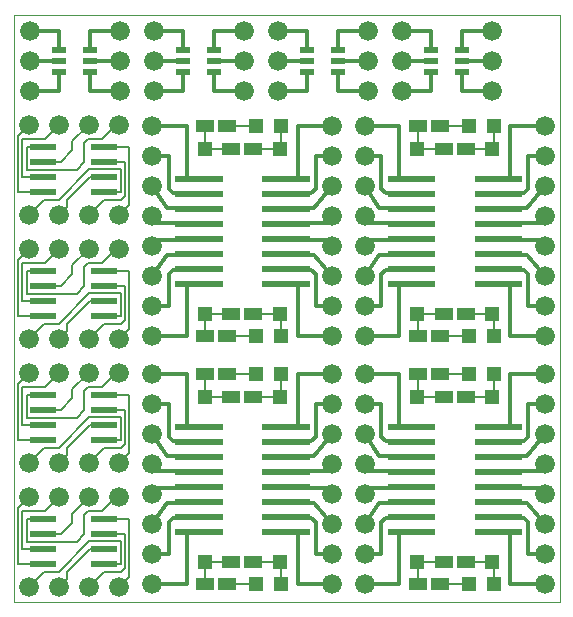
<source format=gtl>
G75*
G70*
%OFA0B0*%
%FSLAX24Y24*%
%IPPOS*%
%LPD*%
%AMOC8*
5,1,8,0,0,1.08239X$1,22.5*
%
%ADD10C,0.0000*%
%ADD11R,0.0720X0.0240*%
%ADD12C,0.0660*%
%ADD13R,0.0472X0.0217*%
%ADD14R,0.0866X0.0236*%
%ADD15R,0.0591X0.0394*%
%ADD16R,0.0472X0.0472*%
%ADD17C,0.0120*%
%ADD18C,0.0070*%
%ADD19C,0.0080*%
D10*
X000141Y000101D02*
X000141Y019687D01*
X018350Y019687D01*
X018350Y000101D01*
X000141Y000101D01*
D11*
X006743Y002449D03*
X006743Y002949D03*
X006743Y003449D03*
X006743Y003949D03*
X006743Y004449D03*
X006743Y004949D03*
X006743Y005449D03*
X006743Y005949D03*
X008783Y005949D03*
X008783Y005449D03*
X008783Y004949D03*
X008783Y004449D03*
X008783Y003949D03*
X008783Y003449D03*
X008783Y002949D03*
X008783Y002449D03*
X008783Y002449D03*
X013830Y002449D03*
X013830Y002949D03*
X013830Y003449D03*
X013830Y003949D03*
X013830Y004449D03*
X013830Y004949D03*
X013830Y005449D03*
X013830Y005949D03*
X015870Y005949D03*
X015870Y005449D03*
X015870Y004949D03*
X015870Y004449D03*
X015870Y003949D03*
X015870Y003449D03*
X015870Y002949D03*
X015870Y002449D03*
X015870Y002449D03*
X015870Y010717D03*
X015870Y010717D03*
X015870Y011217D03*
X015870Y011717D03*
X015870Y012217D03*
X015870Y012717D03*
X015870Y013217D03*
X015870Y013717D03*
X015870Y014217D03*
X013830Y014217D03*
X013830Y013717D03*
X013830Y013217D03*
X013830Y012717D03*
X013830Y012217D03*
X013830Y011717D03*
X013830Y011217D03*
X013830Y010717D03*
X008783Y010717D03*
X008783Y010717D03*
X008783Y011217D03*
X008783Y011717D03*
X008783Y012217D03*
X008783Y012717D03*
X008783Y013217D03*
X008783Y013717D03*
X008783Y014217D03*
X006743Y014217D03*
X006743Y013717D03*
X006743Y013217D03*
X006743Y012717D03*
X006743Y012217D03*
X006743Y011717D03*
X006743Y011217D03*
X006743Y010717D03*
D12*
X004763Y010967D03*
X004763Y011967D03*
X004763Y012967D03*
X004763Y013967D03*
X004763Y014967D03*
X004763Y015967D03*
X003641Y016002D03*
X002641Y016002D03*
X001641Y016002D03*
X000641Y016002D03*
X000677Y017136D03*
X000677Y018136D03*
X000677Y019136D03*
X003677Y019136D03*
X003677Y018136D03*
X003677Y017136D03*
X004810Y017136D03*
X004810Y018136D03*
X004810Y019136D03*
X007810Y019136D03*
X007810Y018136D03*
X007810Y017136D03*
X008944Y017136D03*
X008944Y018136D03*
X008944Y019136D03*
X011944Y019136D03*
X011944Y018136D03*
X011944Y017136D03*
X013078Y017136D03*
X013078Y018136D03*
X013078Y019136D03*
X011850Y015967D03*
X011850Y014967D03*
X011850Y013967D03*
X011850Y012967D03*
X011850Y011967D03*
X011850Y010967D03*
X011850Y009967D03*
X011850Y008967D03*
X010763Y008967D03*
X010763Y009967D03*
X010763Y010967D03*
X010763Y011967D03*
X010763Y012967D03*
X010763Y013967D03*
X010763Y014967D03*
X010763Y015967D03*
X016078Y017136D03*
X016078Y018136D03*
X016078Y019136D03*
X017850Y015967D03*
X017850Y014967D03*
X017850Y013967D03*
X017850Y012967D03*
X017850Y011967D03*
X017850Y010967D03*
X017850Y009967D03*
X017850Y008967D03*
X017850Y007699D03*
X017850Y006699D03*
X017850Y005699D03*
X017850Y004699D03*
X017850Y003699D03*
X017850Y002699D03*
X017850Y001699D03*
X017850Y000699D03*
X011850Y000699D03*
X011850Y001699D03*
X011850Y002699D03*
X011850Y003699D03*
X011850Y004699D03*
X011850Y005699D03*
X011850Y006699D03*
X011850Y007699D03*
X010763Y007699D03*
X010763Y006699D03*
X010763Y005699D03*
X010763Y004699D03*
X010763Y003699D03*
X010763Y002699D03*
X010763Y001699D03*
X010763Y000699D03*
X004763Y000699D03*
X004763Y001699D03*
X004763Y002699D03*
X004763Y003699D03*
X004763Y004699D03*
X004763Y005699D03*
X004763Y006699D03*
X004763Y007699D03*
X003641Y007735D03*
X002641Y007735D03*
X002641Y008869D03*
X003641Y008869D03*
X004763Y008967D03*
X004763Y009967D03*
X003641Y011869D03*
X002641Y011869D03*
X001641Y011869D03*
X000641Y011869D03*
X000641Y013002D03*
X001641Y013002D03*
X002641Y013002D03*
X003641Y013002D03*
X001641Y008869D03*
X000641Y008869D03*
X000641Y007735D03*
X001641Y007735D03*
X001641Y004735D03*
X000641Y004735D03*
X000641Y003601D03*
X001641Y003601D03*
X002641Y003601D03*
X003641Y003601D03*
X003641Y004735D03*
X002641Y004735D03*
X002641Y000601D03*
X003641Y000601D03*
X001641Y000601D03*
X000641Y000601D03*
D13*
X001665Y017762D03*
X001665Y018136D03*
X001665Y018510D03*
X002688Y018510D03*
X002688Y018136D03*
X002688Y017762D03*
X005799Y017762D03*
X005799Y018136D03*
X005799Y018510D03*
X006822Y018510D03*
X006822Y018136D03*
X006822Y017762D03*
X009932Y017762D03*
X009932Y018136D03*
X009932Y018510D03*
X010956Y018510D03*
X010956Y018136D03*
X010956Y017762D03*
X014066Y017762D03*
X014066Y018136D03*
X014066Y018510D03*
X015090Y018510D03*
X015090Y018136D03*
X015090Y017762D03*
D14*
X016661Y014217D03*
X016661Y013717D03*
X016661Y013217D03*
X016661Y012717D03*
X016661Y012217D03*
X016661Y011717D03*
X016661Y011217D03*
X016661Y010717D03*
X013039Y010717D03*
X013039Y011217D03*
X013039Y011717D03*
X013039Y012217D03*
X013039Y012717D03*
X013039Y013217D03*
X013039Y013717D03*
X013039Y014217D03*
X009574Y014217D03*
X009574Y013717D03*
X009574Y013217D03*
X009574Y012717D03*
X009574Y012217D03*
X009574Y011717D03*
X009574Y011217D03*
X009574Y010717D03*
X005952Y010717D03*
X005952Y011217D03*
X005952Y011717D03*
X005952Y012217D03*
X005952Y012717D03*
X005952Y013217D03*
X005952Y013717D03*
X005952Y014217D03*
X003165Y014272D03*
X003165Y014772D03*
X003165Y015272D03*
X003165Y013772D03*
X001117Y013772D03*
X001117Y014272D03*
X001117Y014772D03*
X001117Y015272D03*
X001117Y011139D03*
X001117Y010639D03*
X001117Y010139D03*
X001117Y009639D03*
X003165Y009639D03*
X003165Y010139D03*
X003165Y010639D03*
X003165Y011139D03*
X003165Y007005D03*
X003165Y006505D03*
X003165Y006005D03*
X003165Y005505D03*
X001117Y005505D03*
X001117Y006005D03*
X001117Y006505D03*
X001117Y007005D03*
X001117Y002871D03*
X001117Y002371D03*
X001117Y001871D03*
X001117Y001371D03*
X003165Y001371D03*
X003165Y001871D03*
X003165Y002371D03*
X003165Y002871D03*
X005952Y002949D03*
X005952Y002449D03*
X005952Y003449D03*
X005952Y003949D03*
X005952Y004449D03*
X005952Y004949D03*
X005952Y005449D03*
X005952Y005949D03*
X009574Y005949D03*
X009574Y005449D03*
X009574Y004949D03*
X009574Y004449D03*
X009574Y003949D03*
X009574Y003449D03*
X009574Y002949D03*
X009574Y002449D03*
X013039Y002449D03*
X013039Y002949D03*
X013039Y003449D03*
X013039Y003949D03*
X013039Y004449D03*
X013039Y004949D03*
X013039Y005449D03*
X013039Y005949D03*
X016661Y005949D03*
X016661Y005449D03*
X016661Y004949D03*
X016661Y004449D03*
X016661Y003949D03*
X016661Y003449D03*
X016661Y002949D03*
X016661Y002449D03*
D15*
X015220Y001449D03*
X014480Y001449D03*
X014345Y000699D03*
X013605Y000699D03*
X008133Y001449D03*
X007393Y001449D03*
X007258Y000699D03*
X006518Y000699D03*
X007393Y006949D03*
X007258Y007699D03*
X006518Y007699D03*
X006518Y008967D03*
X007258Y008967D03*
X007393Y009717D03*
X008133Y009717D03*
X008133Y006949D03*
X013605Y007699D03*
X014345Y007699D03*
X014480Y006949D03*
X015220Y006949D03*
X014345Y008967D03*
X013605Y008967D03*
X014480Y009717D03*
X015220Y009717D03*
X015220Y015217D03*
X014480Y015217D03*
X014345Y015967D03*
X013605Y015967D03*
X008133Y015217D03*
X007393Y015217D03*
X007258Y015967D03*
X006518Y015967D03*
D16*
X006513Y015217D03*
X008225Y015967D03*
X009013Y015217D03*
X009052Y015967D03*
X013600Y015217D03*
X015311Y015967D03*
X016138Y015967D03*
X016100Y015217D03*
X016100Y009717D03*
X016138Y008967D03*
X015311Y008967D03*
X015311Y007699D03*
X016138Y007699D03*
X016100Y006949D03*
X013600Y006949D03*
X013600Y009717D03*
X009052Y008967D03*
X009013Y009717D03*
X008225Y008967D03*
X008225Y007699D03*
X009013Y006949D03*
X009052Y007699D03*
X006513Y006949D03*
X006513Y009717D03*
X006513Y001449D03*
X008225Y000699D03*
X009013Y001449D03*
X009052Y000699D03*
X013600Y001449D03*
X015311Y000699D03*
X016138Y000699D03*
X016100Y001449D03*
D17*
X016700Y000699D02*
X017850Y000699D01*
X017850Y001699D02*
X017300Y001699D01*
X017300Y002774D01*
X017150Y002924D01*
X016850Y002924D01*
X016700Y002949D01*
X016661Y002949D01*
X016661Y002449D02*
X016700Y002449D01*
X016700Y000699D01*
X017850Y002699D02*
X017250Y003424D01*
X016850Y003424D01*
X016700Y003449D01*
X016661Y003449D01*
X016661Y003949D02*
X016700Y003949D01*
X016850Y003924D01*
X017750Y003924D01*
X017850Y003699D01*
X017750Y004474D02*
X017850Y004699D01*
X017750Y004474D02*
X016850Y004474D01*
X016700Y004449D01*
X016661Y004449D01*
X016661Y004949D02*
X016700Y004949D01*
X016725Y004974D01*
X017250Y004974D01*
X017850Y005699D01*
X017300Y005624D02*
X017300Y006699D01*
X017850Y006699D01*
X017850Y007699D02*
X016700Y007699D01*
X016700Y005949D01*
X016661Y005949D01*
X016661Y005449D02*
X016700Y005449D01*
X016850Y005474D01*
X017150Y005474D01*
X017300Y005624D01*
X017850Y008967D02*
X016700Y008967D01*
X016700Y010717D01*
X016661Y010717D01*
X016661Y011217D02*
X016700Y011217D01*
X016850Y011192D01*
X017150Y011192D01*
X017300Y011042D01*
X017300Y009967D01*
X017850Y009967D01*
X017850Y010967D02*
X017250Y011692D01*
X016850Y011692D01*
X016700Y011717D01*
X016661Y011717D01*
X016661Y012217D02*
X016700Y012217D01*
X016850Y012192D01*
X017750Y012192D01*
X017850Y011967D01*
X017750Y012742D02*
X017850Y012967D01*
X017750Y012742D02*
X016850Y012742D01*
X016700Y012717D01*
X016661Y012717D01*
X016661Y013217D02*
X016700Y013217D01*
X016725Y013242D01*
X017250Y013242D01*
X017850Y013967D01*
X017300Y013892D02*
X017300Y014967D01*
X017850Y014967D01*
X017850Y015967D02*
X016700Y015967D01*
X016700Y014217D01*
X016661Y014217D01*
X016661Y013717D02*
X016700Y013717D01*
X016850Y013742D01*
X017150Y013742D01*
X017300Y013892D01*
X016078Y017136D02*
X015090Y017136D01*
X015088Y017206D01*
X015088Y017756D01*
X015090Y017762D01*
X015098Y018136D02*
X015090Y018136D01*
X015098Y018136D02*
X016078Y018136D01*
X016078Y019136D02*
X015090Y019136D01*
X015088Y019066D01*
X015088Y018516D01*
X015090Y018510D01*
X014068Y018516D02*
X014066Y018510D01*
X014068Y018516D02*
X014068Y019066D01*
X014066Y019136D01*
X013078Y019136D01*
X013078Y018136D02*
X014058Y018136D01*
X014066Y018136D01*
X014066Y017762D02*
X014068Y017756D01*
X014068Y017206D01*
X014066Y017136D01*
X014008Y017136D01*
X013078Y017136D01*
X011944Y017136D02*
X010956Y017136D01*
X010954Y017206D01*
X010954Y017756D01*
X010956Y017762D01*
X010964Y018136D02*
X010956Y018136D01*
X010964Y018136D02*
X011944Y018136D01*
X011944Y019136D02*
X010956Y019136D01*
X010954Y019066D01*
X010954Y018516D01*
X010956Y018510D01*
X009934Y018516D02*
X009932Y018510D01*
X009934Y018516D02*
X009934Y019066D01*
X009932Y019136D01*
X008944Y019136D01*
X008944Y018136D02*
X009924Y018136D01*
X009932Y018136D01*
X009932Y017762D02*
X009934Y017756D01*
X009934Y017206D01*
X009932Y017136D01*
X009874Y017136D01*
X008944Y017136D01*
X007810Y017136D02*
X006822Y017136D01*
X006820Y017206D01*
X006820Y017756D01*
X006822Y017762D01*
X006830Y018136D02*
X006822Y018136D01*
X006830Y018136D02*
X007810Y018136D01*
X007810Y019136D02*
X006822Y019136D01*
X006820Y019066D01*
X006820Y018516D01*
X006822Y018510D01*
X005800Y018516D02*
X005799Y018510D01*
X005800Y018516D02*
X005800Y019066D01*
X005799Y019136D01*
X004810Y019136D01*
X004810Y018136D02*
X005790Y018136D01*
X005799Y018136D01*
X005799Y017762D02*
X005800Y017756D01*
X005800Y017206D01*
X005799Y017136D01*
X005740Y017136D01*
X004810Y017136D01*
X004763Y015967D02*
X005913Y015967D01*
X005913Y014217D01*
X005952Y014217D01*
X005952Y013717D02*
X005913Y013717D01*
X005763Y013742D01*
X005463Y013742D01*
X005313Y013892D01*
X005313Y014967D01*
X004763Y014967D01*
X004763Y013967D02*
X005238Y013242D01*
X005763Y013242D01*
X005913Y013217D01*
X005952Y013217D01*
X005952Y012717D02*
X005913Y012717D01*
X005763Y012742D01*
X004863Y012742D01*
X004763Y012967D01*
X004863Y012192D02*
X004763Y011967D01*
X004863Y012192D02*
X005763Y012192D01*
X005913Y012217D01*
X005952Y012217D01*
X005952Y011717D02*
X005913Y011717D01*
X005763Y011692D01*
X005238Y011692D01*
X004763Y010967D01*
X005313Y011042D02*
X005313Y009967D01*
X004763Y009967D01*
X004763Y008967D02*
X005913Y008967D01*
X005913Y010717D01*
X005952Y010717D01*
X005952Y011217D02*
X005913Y011217D01*
X005763Y011192D01*
X005463Y011192D01*
X005313Y011042D01*
X004763Y007699D02*
X005913Y007699D01*
X005913Y005949D01*
X005952Y005949D01*
X005952Y005449D02*
X005913Y005449D01*
X005763Y005474D01*
X005463Y005474D01*
X005313Y005624D01*
X005313Y006699D01*
X004763Y006699D01*
X004763Y005699D02*
X005238Y004974D01*
X005763Y004974D01*
X005913Y004949D01*
X005952Y004949D01*
X005952Y004449D02*
X005913Y004449D01*
X005763Y004474D01*
X004863Y004474D01*
X004763Y004699D01*
X004863Y003924D02*
X004763Y003699D01*
X004863Y003924D02*
X005763Y003924D01*
X005913Y003949D01*
X005952Y003949D01*
X005952Y003449D02*
X005913Y003449D01*
X005763Y003424D01*
X005238Y003424D01*
X004763Y002699D01*
X005313Y002774D02*
X005313Y001699D01*
X004763Y001699D01*
X004763Y000699D02*
X005913Y000699D01*
X005913Y002449D01*
X005952Y002449D01*
X005952Y002949D02*
X005913Y002949D01*
X005763Y002924D01*
X005463Y002924D01*
X005313Y002774D01*
X009574Y002949D02*
X009613Y002949D01*
X009763Y002924D01*
X010063Y002924D01*
X010213Y002774D01*
X010213Y001699D01*
X010763Y001699D01*
X010763Y000699D02*
X009613Y000699D01*
X009613Y002449D01*
X009574Y002449D01*
X009763Y003424D02*
X010163Y003424D01*
X010763Y002699D01*
X010763Y003699D02*
X010663Y003924D01*
X009763Y003924D01*
X009613Y003949D01*
X009574Y003949D01*
X009574Y003449D02*
X009613Y003449D01*
X009763Y003424D01*
X009613Y004449D02*
X009574Y004449D01*
X009613Y004449D02*
X009763Y004474D01*
X010663Y004474D01*
X010763Y004699D01*
X010163Y004974D02*
X010763Y005699D01*
X010213Y005624D02*
X010213Y006699D01*
X010763Y006699D01*
X010763Y007699D02*
X009613Y007699D01*
X009613Y005949D01*
X009574Y005949D01*
X009574Y005449D02*
X009613Y005449D01*
X009763Y005474D01*
X010063Y005474D01*
X010213Y005624D01*
X010163Y004974D02*
X009638Y004974D01*
X009613Y004949D01*
X009574Y004949D01*
X011850Y004699D02*
X011950Y004474D01*
X012850Y004474D01*
X013000Y004449D01*
X013039Y004449D01*
X013039Y003949D02*
X013000Y003949D01*
X012850Y003924D01*
X011950Y003924D01*
X011850Y003699D01*
X012325Y003424D02*
X011850Y002699D01*
X012400Y002774D02*
X012400Y001699D01*
X011850Y001699D01*
X011850Y000699D02*
X013000Y000699D01*
X013000Y002449D01*
X013039Y002449D01*
X013039Y002949D02*
X013000Y002949D01*
X012850Y002924D01*
X012550Y002924D01*
X012400Y002774D01*
X012325Y003424D02*
X012850Y003424D01*
X013000Y003449D01*
X013039Y003449D01*
X013000Y004949D02*
X013039Y004949D01*
X013000Y004949D02*
X012850Y004974D01*
X012325Y004974D01*
X011850Y005699D01*
X012400Y005624D02*
X012550Y005474D01*
X012850Y005474D01*
X013000Y005449D01*
X013039Y005449D01*
X013039Y005949D02*
X013000Y005949D01*
X013000Y007699D01*
X011850Y007699D01*
X011850Y006699D02*
X012400Y006699D01*
X012400Y005624D01*
X011850Y008967D02*
X013000Y008967D01*
X013000Y010717D01*
X013039Y010717D01*
X013039Y011217D02*
X013000Y011217D01*
X012850Y011192D01*
X012550Y011192D01*
X012400Y011042D01*
X012400Y009967D01*
X011850Y009967D01*
X011850Y010967D02*
X012325Y011692D01*
X012850Y011692D01*
X013000Y011717D01*
X013039Y011717D01*
X013039Y012217D02*
X013000Y012217D01*
X012850Y012192D01*
X011950Y012192D01*
X011850Y011967D01*
X011950Y012742D02*
X011850Y012967D01*
X011950Y012742D02*
X012850Y012742D01*
X013000Y012717D01*
X013039Y012717D01*
X013039Y013217D02*
X013000Y013217D01*
X012850Y013242D01*
X012325Y013242D01*
X011850Y013967D01*
X012400Y013892D02*
X012550Y013742D01*
X012850Y013742D01*
X013000Y013717D01*
X013039Y013717D01*
X013039Y014217D02*
X013000Y014217D01*
X013000Y015967D01*
X011850Y015967D01*
X011850Y014967D02*
X012400Y014967D01*
X012400Y013892D01*
X010763Y013967D02*
X010163Y013242D01*
X009638Y013242D01*
X009613Y013217D01*
X009574Y013217D01*
X009574Y012717D02*
X009613Y012717D01*
X009763Y012742D01*
X010663Y012742D01*
X010763Y012967D01*
X010663Y012192D02*
X010763Y011967D01*
X010663Y012192D02*
X009763Y012192D01*
X009613Y012217D01*
X009574Y012217D01*
X009574Y011717D02*
X009613Y011717D01*
X009763Y011692D01*
X010163Y011692D01*
X010763Y010967D01*
X010213Y011042D02*
X010213Y009967D01*
X010763Y009967D01*
X010763Y008967D02*
X009613Y008967D01*
X009613Y010717D01*
X009574Y010717D01*
X009574Y011217D02*
X009613Y011217D01*
X009763Y011192D01*
X010063Y011192D01*
X010213Y011042D01*
X010063Y013742D02*
X009763Y013742D01*
X009613Y013717D01*
X009574Y013717D01*
X009574Y014217D02*
X009613Y014217D01*
X009613Y015967D01*
X010763Y015967D01*
X010763Y014967D02*
X010213Y014967D01*
X010213Y013892D01*
X010063Y013742D01*
X003677Y017136D02*
X002688Y017136D01*
X002687Y017206D01*
X002687Y017756D01*
X002688Y017762D01*
X002697Y018136D02*
X002688Y018136D01*
X002697Y018136D02*
X003677Y018136D01*
X003677Y019136D02*
X002688Y019136D01*
X002687Y019066D01*
X002687Y018516D01*
X002688Y018510D01*
X001667Y018516D02*
X001665Y018510D01*
X001667Y018516D02*
X001667Y019066D01*
X001665Y019136D01*
X000677Y019136D01*
X000677Y018136D02*
X001657Y018136D01*
X001665Y018136D01*
X001665Y017762D02*
X001667Y017756D01*
X001667Y017206D01*
X001665Y017136D01*
X001607Y017136D01*
X000677Y017136D01*
D18*
X000641Y016002D02*
X000277Y015638D01*
X000277Y013772D01*
X001117Y013772D01*
X001156Y013517D02*
X000641Y013002D01*
X001156Y013517D02*
X001646Y013517D01*
X002661Y014532D01*
X003711Y014532D01*
X003711Y013772D01*
X003165Y013772D01*
X003156Y013517D02*
X002641Y013002D01*
X003156Y013517D02*
X003711Y013517D01*
X003851Y013657D01*
X003851Y014772D01*
X003165Y014772D01*
X003165Y014272D02*
X002681Y014272D01*
X001926Y013517D01*
X001926Y013287D01*
X001641Y013002D01*
X001641Y011869D02*
X001173Y011400D01*
X000653Y011400D01*
X000424Y011401D01*
X000424Y010135D01*
X000889Y010140D01*
X001086Y010140D01*
X001117Y010139D01*
X001117Y010639D02*
X001125Y010652D01*
X001725Y010652D01*
X002101Y011029D01*
X002101Y011329D01*
X002641Y011869D01*
X002631Y011409D02*
X002491Y011269D01*
X002491Y010639D01*
X002241Y010389D01*
X000571Y010389D01*
X000571Y011139D01*
X001117Y011139D01*
X000641Y011869D02*
X000277Y011504D01*
X000277Y009639D01*
X001117Y009639D01*
X001156Y009384D02*
X000641Y008869D01*
X001156Y009384D02*
X001646Y009384D01*
X002661Y010399D01*
X003711Y010399D01*
X003711Y009639D01*
X003165Y009639D01*
X003156Y009384D02*
X002641Y008869D01*
X003156Y009384D02*
X003711Y009384D01*
X003851Y009524D01*
X003851Y010639D01*
X003165Y010639D01*
X003165Y010139D02*
X002681Y010139D01*
X001926Y009384D01*
X001926Y009154D01*
X001641Y008869D01*
X001641Y007735D02*
X001173Y007266D01*
X000653Y007266D01*
X000424Y007267D01*
X000424Y006001D01*
X000889Y006006D01*
X001086Y006006D01*
X001117Y006005D01*
X001117Y006505D02*
X001125Y006518D01*
X001725Y006518D01*
X002101Y006895D01*
X002101Y007195D01*
X002641Y007735D01*
X002631Y007275D02*
X002491Y007135D01*
X002491Y006505D01*
X002241Y006255D01*
X000571Y006255D01*
X000571Y007005D01*
X001117Y007005D01*
X000641Y007735D02*
X000277Y007370D01*
X000277Y005505D01*
X001117Y005505D01*
X001156Y005250D02*
X000641Y004735D01*
X001156Y005250D02*
X001646Y005250D01*
X002661Y006265D01*
X003711Y006265D01*
X003711Y005505D01*
X003165Y005505D01*
X003156Y005250D02*
X002641Y004735D01*
X003156Y005250D02*
X003711Y005250D01*
X003851Y005390D01*
X003851Y006505D01*
X003165Y006505D01*
X003165Y006005D02*
X002681Y006005D01*
X001926Y005250D01*
X001926Y005020D01*
X001641Y004735D01*
X001641Y003601D02*
X001173Y003132D01*
X000653Y003132D01*
X000424Y003134D01*
X000424Y001867D01*
X000889Y001872D01*
X001086Y001872D01*
X001117Y001871D01*
X001117Y002371D02*
X001125Y002384D01*
X001725Y002384D01*
X002101Y002761D01*
X002101Y003061D01*
X002641Y003601D01*
X002631Y003141D02*
X002491Y003001D01*
X002491Y002371D01*
X002241Y002121D01*
X000571Y002121D01*
X000571Y002871D01*
X001117Y002871D01*
X000641Y003601D02*
X000277Y003236D01*
X000277Y001371D01*
X001117Y001371D01*
X001156Y001116D02*
X000641Y000601D01*
X001156Y001116D02*
X001646Y001116D01*
X002661Y002131D01*
X003711Y002131D01*
X003711Y001371D01*
X003165Y001371D01*
X003156Y001116D02*
X002641Y000601D01*
X003156Y001116D02*
X003711Y001116D01*
X003851Y001256D01*
X003851Y002371D01*
X003165Y002371D01*
X003165Y001871D02*
X002681Y001871D01*
X001926Y001116D01*
X001926Y000886D01*
X001641Y000601D01*
X003641Y000601D02*
X003991Y000951D01*
X003991Y002871D01*
X003165Y002871D01*
X003091Y003141D02*
X002631Y003141D01*
X003091Y003141D02*
X003551Y003601D01*
X003641Y003601D01*
X003641Y004735D02*
X003991Y005085D01*
X003991Y007005D01*
X003165Y007005D01*
X003091Y007275D02*
X002631Y007275D01*
X003091Y007275D02*
X003551Y007735D01*
X003641Y007735D01*
X003641Y008869D02*
X003991Y009219D01*
X003991Y011139D01*
X003165Y011139D01*
X003091Y011409D02*
X002631Y011409D01*
X003091Y011409D02*
X003551Y011869D01*
X003641Y011869D01*
X003641Y013002D02*
X003991Y013352D01*
X003991Y015272D01*
X003165Y015272D01*
X003091Y015542D02*
X002631Y015542D01*
X002491Y015402D01*
X002491Y014772D01*
X002241Y014522D01*
X000571Y014522D01*
X000571Y015272D01*
X001117Y015272D01*
X001173Y015534D02*
X001641Y016002D01*
X001173Y015534D02*
X000653Y015534D01*
X000424Y015535D01*
X000424Y014269D01*
X000889Y014274D01*
X001086Y014274D01*
X001117Y014272D01*
X001117Y014772D02*
X001125Y014786D01*
X001725Y014786D01*
X002101Y015162D01*
X002101Y015462D01*
X002641Y016002D01*
X003091Y015542D02*
X003551Y016002D01*
X003641Y016002D01*
D19*
X006518Y015967D02*
X006518Y015217D01*
X006513Y015217D01*
X006643Y015217D01*
X006513Y015217D02*
X007393Y015217D01*
X008133Y015217D02*
X009013Y015217D01*
X009052Y015217D01*
X009052Y015967D01*
X008225Y015967D02*
X007258Y015967D01*
X007393Y009717D02*
X006513Y009717D01*
X006518Y009717D01*
X006518Y008967D01*
X006643Y008967D01*
X007258Y008967D02*
X008225Y008967D01*
X008133Y009717D02*
X009013Y009717D01*
X009052Y009717D01*
X009052Y008967D01*
X009052Y007699D02*
X009052Y006949D01*
X009013Y006949D01*
X008133Y006949D01*
X008225Y007699D02*
X007258Y007699D01*
X007393Y006949D02*
X006513Y006949D01*
X006518Y006949D01*
X006518Y007699D01*
X006513Y006949D02*
X006643Y006949D01*
X006518Y001449D02*
X006513Y001449D01*
X007393Y001449D01*
X008133Y001449D02*
X009013Y001449D01*
X009052Y001449D01*
X009052Y000699D01*
X008225Y000699D02*
X007258Y000699D01*
X006643Y000699D02*
X006518Y000699D01*
X006518Y001449D01*
X013600Y001449D02*
X013605Y001449D01*
X013605Y000699D01*
X013730Y000699D01*
X014345Y000699D02*
X015311Y000699D01*
X015220Y001449D02*
X016100Y001449D01*
X016138Y001449D01*
X016138Y000699D01*
X014480Y001449D02*
X013600Y001449D01*
X013600Y006949D02*
X013605Y006949D01*
X013605Y007699D01*
X013600Y006949D02*
X013730Y006949D01*
X013600Y006949D02*
X014480Y006949D01*
X014345Y007699D02*
X015311Y007699D01*
X015220Y006949D02*
X016100Y006949D01*
X016138Y006949D01*
X016138Y007699D01*
X016138Y008967D02*
X016138Y009717D01*
X016100Y009717D01*
X015220Y009717D01*
X014480Y009717D02*
X013600Y009717D01*
X013605Y009717D01*
X013605Y008967D01*
X013730Y008967D01*
X014345Y008967D02*
X015311Y008967D01*
X015220Y015217D02*
X016100Y015217D01*
X016138Y015217D01*
X016138Y015967D01*
X015311Y015967D02*
X014345Y015967D01*
X013605Y015967D02*
X013605Y015217D01*
X013600Y015217D01*
X013730Y015217D01*
X013600Y015217D02*
X014480Y015217D01*
M02*

</source>
